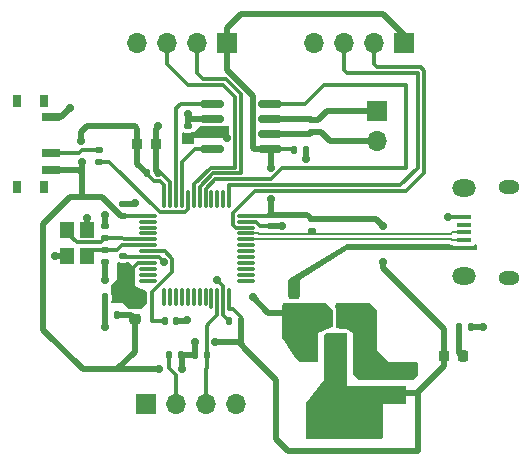
<source format=gbr>
%TF.GenerationSoftware,KiCad,Pcbnew,8.0.8-8.0.8-0~ubuntu24.04.1*%
%TF.CreationDate,2025-02-20T16:37:28+05:30*%
%TF.ProjectId,STM32_BT_IMU,53544d33-325f-4425-945f-494d552e6b69,rev?*%
%TF.SameCoordinates,Original*%
%TF.FileFunction,Copper,L1,Top*%
%TF.FilePolarity,Positive*%
%FSLAX46Y46*%
G04 Gerber Fmt 4.6, Leading zero omitted, Abs format (unit mm)*
G04 Created by KiCad (PCBNEW 8.0.8-8.0.8-0~ubuntu24.04.1) date 2025-02-20 16:37:28*
%MOMM*%
%LPD*%
G01*
G04 APERTURE LIST*
G04 Aperture macros list*
%AMRoundRect*
0 Rectangle with rounded corners*
0 $1 Rounding radius*
0 $2 $3 $4 $5 $6 $7 $8 $9 X,Y pos of 4 corners*
0 Add a 4 corners polygon primitive as box body*
4,1,4,$2,$3,$4,$5,$6,$7,$8,$9,$2,$3,0*
0 Add four circle primitives for the rounded corners*
1,1,$1+$1,$2,$3*
1,1,$1+$1,$4,$5*
1,1,$1+$1,$6,$7*
1,1,$1+$1,$8,$9*
0 Add four rect primitives between the rounded corners*
20,1,$1+$1,$2,$3,$4,$5,0*
20,1,$1+$1,$4,$5,$6,$7,0*
20,1,$1+$1,$6,$7,$8,$9,0*
20,1,$1+$1,$8,$9,$2,$3,0*%
G04 Aperture macros list end*
%TA.AperFunction,SMDPad,CuDef*%
%ADD10RoundRect,0.218750X-0.256250X0.218750X-0.256250X-0.218750X0.256250X-0.218750X0.256250X0.218750X0*%
%TD*%
%TA.AperFunction,SMDPad,CuDef*%
%ADD11RoundRect,0.140000X-0.140000X-0.170000X0.140000X-0.170000X0.140000X0.170000X-0.140000X0.170000X0*%
%TD*%
%TA.AperFunction,SMDPad,CuDef*%
%ADD12RoundRect,0.140000X0.170000X-0.140000X0.170000X0.140000X-0.170000X0.140000X-0.170000X-0.140000X0*%
%TD*%
%TA.AperFunction,SMDPad,CuDef*%
%ADD13RoundRect,0.250000X0.250000X0.475000X-0.250000X0.475000X-0.250000X-0.475000X0.250000X-0.475000X0*%
%TD*%
%TA.AperFunction,SMDPad,CuDef*%
%ADD14RoundRect,0.140000X0.140000X0.170000X-0.140000X0.170000X-0.140000X-0.170000X0.140000X-0.170000X0*%
%TD*%
%TA.AperFunction,SMDPad,CuDef*%
%ADD15RoundRect,0.075000X-0.662500X-0.075000X0.662500X-0.075000X0.662500X0.075000X-0.662500X0.075000X0*%
%TD*%
%TA.AperFunction,SMDPad,CuDef*%
%ADD16RoundRect,0.075000X-0.075000X-0.662500X0.075000X-0.662500X0.075000X0.662500X-0.075000X0.662500X0*%
%TD*%
%TA.AperFunction,SMDPad,CuDef*%
%ADD17RoundRect,0.375000X-0.375000X0.625000X-0.375000X-0.625000X0.375000X-0.625000X0.375000X0.625000X0*%
%TD*%
%TA.AperFunction,SMDPad,CuDef*%
%ADD18RoundRect,0.500000X-1.400000X0.500000X-1.400000X-0.500000X1.400000X-0.500000X1.400000X0.500000X0*%
%TD*%
%TA.AperFunction,SMDPad,CuDef*%
%ADD19RoundRect,0.135000X-0.135000X-0.185000X0.135000X-0.185000X0.135000X0.185000X-0.135000X0.185000X0*%
%TD*%
%TA.AperFunction,SMDPad,CuDef*%
%ADD20RoundRect,0.140000X-0.170000X0.140000X-0.170000X-0.140000X0.170000X-0.140000X0.170000X0.140000X0*%
%TD*%
%TA.AperFunction,SMDPad,CuDef*%
%ADD21RoundRect,0.135000X0.185000X-0.135000X0.185000X0.135000X-0.185000X0.135000X-0.185000X-0.135000X0*%
%TD*%
%TA.AperFunction,ComponentPad*%
%ADD22R,1.700000X1.700000*%
%TD*%
%TA.AperFunction,ComponentPad*%
%ADD23O,1.700000X1.700000*%
%TD*%
%TA.AperFunction,SMDPad,CuDef*%
%ADD24R,0.800000X1.000000*%
%TD*%
%TA.AperFunction,SMDPad,CuDef*%
%ADD25R,1.500000X0.700000*%
%TD*%
%TA.AperFunction,SMDPad,CuDef*%
%ADD26RoundRect,0.218750X0.218750X0.256250X-0.218750X0.256250X-0.218750X-0.256250X0.218750X-0.256250X0*%
%TD*%
%TA.AperFunction,SMDPad,CuDef*%
%ADD27RoundRect,0.135000X0.135000X0.185000X-0.135000X0.185000X-0.135000X-0.185000X0.135000X-0.185000X0*%
%TD*%
%TA.AperFunction,SMDPad,CuDef*%
%ADD28R,1.200000X1.400000*%
%TD*%
%TA.AperFunction,SMDPad,CuDef*%
%ADD29R,1.300000X0.450000*%
%TD*%
%TA.AperFunction,HeatsinkPad*%
%ADD30O,1.800000X1.150000*%
%TD*%
%TA.AperFunction,HeatsinkPad*%
%ADD31O,2.000000X1.450000*%
%TD*%
%TA.AperFunction,SMDPad,CuDef*%
%ADD32RoundRect,0.225000X-0.225000X-0.250000X0.225000X-0.250000X0.225000X0.250000X-0.225000X0.250000X0*%
%TD*%
%TA.AperFunction,SMDPad,CuDef*%
%ADD33RoundRect,0.135000X-0.185000X0.135000X-0.185000X-0.135000X0.185000X-0.135000X0.185000X0.135000X0*%
%TD*%
%TA.AperFunction,SMDPad,CuDef*%
%ADD34RoundRect,0.150000X-0.825000X-0.150000X0.825000X-0.150000X0.825000X0.150000X-0.825000X0.150000X0*%
%TD*%
%TA.AperFunction,SMDPad,CuDef*%
%ADD35RoundRect,0.250000X-0.475000X0.250000X-0.475000X-0.250000X0.475000X-0.250000X0.475000X0.250000X0*%
%TD*%
%TA.AperFunction,ViaPad*%
%ADD36C,0.700000*%
%TD*%
%TA.AperFunction,Conductor*%
%ADD37C,0.500000*%
%TD*%
%TA.AperFunction,Conductor*%
%ADD38C,0.300000*%
%TD*%
%TA.AperFunction,Conductor*%
%ADD39C,0.200000*%
%TD*%
G04 APERTURE END LIST*
D10*
%TO.P,FB1,1*%
%TO.N,+3.3VA*%
X61000000Y-93212500D03*
%TO.P,FB1,2*%
%TO.N,+3.3V*%
X61000000Y-94787500D03*
%TD*%
D11*
%TO.P,C1,1*%
%TO.N,+3.3V*%
X62020000Y-82500000D03*
%TO.P,C1,2*%
%TO.N,GND*%
X62980000Y-82500000D03*
%TD*%
D12*
%TO.P,C6,1*%
%TO.N,+3.3VA*%
X60000000Y-90480000D03*
%TO.P,C6,2*%
%TO.N,GND*%
X60000000Y-89520000D03*
%TD*%
D13*
%TO.P,C12,1*%
%TO.N,GND*%
X78950000Y-94650000D03*
%TO.P,C12,2*%
%TO.N,+5VD*%
X77050000Y-94650000D03*
%TD*%
D14*
%TO.P,C7,1*%
%TO.N,+3.3VA*%
X59480000Y-93000000D03*
%TO.P,C7,2*%
%TO.N,GND*%
X58520000Y-93000000D03*
%TD*%
D12*
%TO.P,C10,1*%
%TO.N,/HSE_IN*%
X58500000Y-87940000D03*
%TO.P,C10,2*%
%TO.N,GND*%
X58500000Y-86980000D03*
%TD*%
D15*
%TO.P,U1,1,VBAT*%
%TO.N,+3.3V*%
X62087500Y-86087500D03*
%TO.P,U1,2,PC13*%
%TO.N,unconnected-(U1-PC13-Pad2)*%
X62087500Y-86587500D03*
%TO.P,U1,3,PC14*%
%TO.N,unconnected-(U1-PC14-Pad3)*%
X62087500Y-87087500D03*
%TO.P,U1,4,PC15*%
%TO.N,unconnected-(U1-PC15-Pad4)*%
X62087500Y-87587500D03*
%TO.P,U1,5,PD0*%
%TO.N,/HSE_IN*%
X62087500Y-88087500D03*
%TO.P,U1,6,PD1*%
%TO.N,/HSE_OUT*%
X62087500Y-88587500D03*
%TO.P,U1,7,NRST*%
%TO.N,/NRST*%
X62087500Y-89087500D03*
%TO.P,U1,8,VSSA*%
%TO.N,GND*%
X62087500Y-89587500D03*
%TO.P,U1,9,VDDA*%
%TO.N,+3.3VA*%
X62087500Y-90087500D03*
%TO.P,U1,10,PA0*%
%TO.N,unconnected-(U1-PA0-Pad10)*%
X62087500Y-90587500D03*
%TO.P,U1,11,PA1*%
%TO.N,unconnected-(U1-PA1-Pad11)*%
X62087500Y-91087500D03*
%TO.P,U1,12,PA2*%
%TO.N,unconnected-(U1-PA2-Pad12)*%
X62087500Y-91587500D03*
D16*
%TO.P,U1,13,PA3*%
%TO.N,unconnected-(U1-PA3-Pad13)*%
X63500000Y-93000000D03*
%TO.P,U1,14,PA4*%
%TO.N,unconnected-(U1-PA4-Pad14)*%
X64000000Y-93000000D03*
%TO.P,U1,15,PA5*%
%TO.N,unconnected-(U1-PA5-Pad15)*%
X64500000Y-93000000D03*
%TO.P,U1,16,PA6*%
%TO.N,unconnected-(U1-PA6-Pad16)*%
X65000000Y-93000000D03*
%TO.P,U1,17,PA7*%
%TO.N,unconnected-(U1-PA7-Pad17)*%
X65500000Y-93000000D03*
%TO.P,U1,18,PB0*%
%TO.N,unconnected-(U1-PB0-Pad18)*%
X66000000Y-93000000D03*
%TO.P,U1,19,PB1*%
%TO.N,unconnected-(U1-PB1-Pad19)*%
X66500000Y-93000000D03*
%TO.P,U1,20,PB2*%
%TO.N,unconnected-(U1-PB2-Pad20)*%
X67000000Y-93000000D03*
%TO.P,U1,21,PB10*%
%TO.N,/I2C2_SCL*%
X67500000Y-93000000D03*
%TO.P,U1,22,PB11*%
%TO.N,/I2C2_SDA*%
X68000000Y-93000000D03*
%TO.P,U1,23,VSS*%
%TO.N,GND*%
X68500000Y-93000000D03*
%TO.P,U1,24,VDD*%
%TO.N,+3.3V*%
X69000000Y-93000000D03*
D15*
%TO.P,U1,25,PB12*%
%TO.N,unconnected-(U1-PB12-Pad25)*%
X70412500Y-91587500D03*
%TO.P,U1,26,PB13*%
%TO.N,unconnected-(U1-PB13-Pad26)*%
X70412500Y-91087500D03*
%TO.P,U1,27,PB14*%
%TO.N,unconnected-(U1-PB14-Pad27)*%
X70412500Y-90587500D03*
%TO.P,U1,28,PB15*%
%TO.N,unconnected-(U1-PB15-Pad28)*%
X70412500Y-90087500D03*
%TO.P,U1,29,PA8*%
%TO.N,unconnected-(U1-PA8-Pad29)*%
X70412500Y-89587500D03*
%TO.P,U1,30,PA9*%
%TO.N,unconnected-(U1-PA9-Pad30)*%
X70412500Y-89087500D03*
%TO.P,U1,31,PA10*%
%TO.N,unconnected-(U1-PA10-Pad31)*%
X70412500Y-88587500D03*
%TO.P,U1,32,PA11*%
%TO.N,/USB_D-*%
X70412500Y-88087500D03*
%TO.P,U1,33,PA12*%
%TO.N,/USB_D+*%
X70412500Y-87587500D03*
%TO.P,U1,34,PA13*%
%TO.N,/SWDIO*%
X70412500Y-87087500D03*
%TO.P,U1,35,VSS*%
%TO.N,GND*%
X70412500Y-86587500D03*
%TO.P,U1,36,VDD*%
%TO.N,+3.3V*%
X70412500Y-86087500D03*
D16*
%TO.P,U1,37,PA14*%
%TO.N,/SWCLK*%
X69000000Y-84675000D03*
%TO.P,U1,38,PA15*%
%TO.N,unconnected-(U1-PA15-Pad38)*%
X68500000Y-84675000D03*
%TO.P,U1,39,PB3*%
%TO.N,unconnected-(U1-PB3-Pad39)*%
X68000000Y-84675000D03*
%TO.P,U1,40,PB4*%
%TO.N,unconnected-(U1-PB4-Pad40)*%
X67500000Y-84675000D03*
%TO.P,U1,41,PB5*%
%TO.N,/CAN_S*%
X67000000Y-84675000D03*
%TO.P,U1,42,PB6*%
%TO.N,/USART1_TX*%
X66500000Y-84675000D03*
%TO.P,U1,43,PB7*%
%TO.N,/USART1_RX*%
X66000000Y-84675000D03*
%TO.P,U1,44,BOOT0*%
%TO.N,/BOOT0*%
X65500000Y-84675000D03*
%TO.P,U1,45,PB8*%
%TO.N,/CAN_RX*%
X65000000Y-84675000D03*
%TO.P,U1,46,PB9*%
%TO.N,/CAN_TX*%
X64500000Y-84675000D03*
%TO.P,U1,47,VSS*%
%TO.N,GND*%
X64000000Y-84675000D03*
%TO.P,U1,48,VDD*%
%TO.N,+3.3V*%
X63500000Y-84675000D03*
%TD*%
D17*
%TO.P,U2,1,GND*%
%TO.N,GND*%
X80300000Y-97350000D03*
%TO.P,U2,2,VO*%
%TO.N,+3.3V*%
X78000000Y-97350000D03*
D18*
X78000000Y-103650000D03*
D17*
%TO.P,U2,3,VI*%
%TO.N,+5VD*%
X75700000Y-97350000D03*
%TD*%
D19*
%TO.P,R5,1*%
%TO.N,/I2C2_SCL*%
X63890000Y-97900000D03*
%TO.P,R5,2*%
%TO.N,+3.3V*%
X64910000Y-97900000D03*
%TD*%
D20*
%TO.P,C11,1*%
%TO.N,/HSE_OUT*%
X58500000Y-89000000D03*
%TO.P,C11,2*%
%TO.N,GND*%
X58500000Y-89960000D03*
%TD*%
D10*
%TO.P,FB2,1*%
%TO.N,VBUS*%
X74500000Y-92712500D03*
%TO.P,FB2,2*%
%TO.N,+5VD*%
X74500000Y-94287500D03*
%TD*%
D12*
%TO.P,C4,1*%
%TO.N,+3.3V*%
X60000000Y-86087500D03*
%TO.P,C4,2*%
%TO.N,GND*%
X60000000Y-85127500D03*
%TD*%
D14*
%TO.P,C8,1*%
%TO.N,+3.3V*%
X59480000Y-94500000D03*
%TO.P,C8,2*%
%TO.N,GND*%
X58520000Y-94500000D03*
%TD*%
D21*
%TO.P,R2,1*%
%TO.N,/CAN_L*%
X76000000Y-79010000D03*
%TO.P,R2,2*%
%TO.N,/CAN_H*%
X76000000Y-77990000D03*
%TD*%
D22*
%TO.P,J2,1,Pin_1*%
%TO.N,+3.3V*%
X83800000Y-71500000D03*
D23*
%TO.P,J2,2,Pin_2*%
%TO.N,/SWDIO*%
X81260000Y-71500000D03*
%TO.P,J2,3,Pin_3*%
%TO.N,/SWCLK*%
X78720000Y-71500000D03*
%TO.P,J2,4,Pin_4*%
%TO.N,GND*%
X76180000Y-71500000D03*
%TD*%
D24*
%TO.P,SW1,*%
%TO.N,*%
X53280000Y-76350000D03*
X51070000Y-76350000D03*
X53280000Y-83650000D03*
X51070000Y-83650000D03*
D25*
%TO.P,SW1,1,A*%
%TO.N,GND*%
X53930000Y-77750000D03*
%TO.P,SW1,2,B*%
%TO.N,/SW_BOOT0*%
X53930000Y-80750000D03*
%TO.P,SW1,3,C*%
%TO.N,+3.3V*%
X53930000Y-82250000D03*
%TD*%
D26*
%TO.P,D1,1,K*%
%TO.N,/PWR_ON_LED*%
X88787500Y-98000000D03*
%TO.P,D1,2,A*%
%TO.N,+3.3V*%
X87212500Y-98000000D03*
%TD*%
D20*
%TO.P,C3,1*%
%TO.N,+3.3V*%
X72500000Y-86020000D03*
%TO.P,C3,2*%
%TO.N,GND*%
X72500000Y-86980000D03*
%TD*%
D27*
%TO.P,R6,1*%
%TO.N,/I2C2_SDA*%
X67110000Y-97900000D03*
%TO.P,R6,2*%
%TO.N,+3.3V*%
X66090000Y-97900000D03*
%TD*%
D28*
%TO.P,Y1,1,1*%
%TO.N,/HSE_IN*%
X55300000Y-87280000D03*
%TO.P,Y1,2,2*%
%TO.N,GND*%
X55300000Y-89480000D03*
%TO.P,Y1,3,3*%
%TO.N,/HSE_OUT*%
X57000000Y-89480000D03*
%TO.P,Y1,4,4*%
%TO.N,GND*%
X57000000Y-87280000D03*
%TD*%
D29*
%TO.P,J1,1,VBUS*%
%TO.N,VBUS*%
X88845000Y-88800000D03*
%TO.P,J1,2,D-*%
%TO.N,/USB_D-*%
X88845000Y-88150000D03*
%TO.P,J1,3,D+*%
%TO.N,/USB_D+*%
X88845000Y-87500000D03*
%TO.P,J1,4,ID*%
%TO.N,unconnected-(J1-ID-Pad4)*%
X88845000Y-86850000D03*
%TO.P,J1,5,GND*%
%TO.N,GND*%
X88845000Y-86200000D03*
D30*
%TO.P,J1,6,Shield*%
%TO.N,unconnected-(J1-Shield-Pad6)_3*%
X92695000Y-91375000D03*
D31*
%TO.N,unconnected-(J1-Shield-Pad6)*%
X88895000Y-91225000D03*
%TO.N,unconnected-(J1-Shield-Pad6)_1*%
X88895000Y-83775000D03*
D30*
%TO.N,unconnected-(J1-Shield-Pad6)_2*%
X92695000Y-83625000D03*
%TD*%
D22*
%TO.P,J4,1,Pin_1*%
%TO.N,+3.3V*%
X61920000Y-102000000D03*
D23*
%TO.P,J4,2,Pin_2*%
%TO.N,/I2C2_SCL*%
X64460000Y-102000000D03*
%TO.P,J4,3,Pin_3*%
%TO.N,/I2C2_SDA*%
X67000000Y-102000000D03*
%TO.P,J4,4,Pin_4*%
%TO.N,GND*%
X69540000Y-102000000D03*
%TD*%
D32*
%TO.P,C5,1*%
%TO.N,+3.3V*%
X61225000Y-80000000D03*
%TO.P,C5,2*%
%TO.N,GND*%
X62775000Y-80000000D03*
%TD*%
D22*
%TO.P,J5,1,Pin_1*%
%TO.N,/CAN_H*%
X81500000Y-77225000D03*
D23*
%TO.P,J5,2,Pin_2*%
%TO.N,/CAN_L*%
X81500000Y-79765000D03*
%TD*%
D27*
%TO.P,R4,1*%
%TO.N,GND*%
X89510000Y-95500000D03*
%TO.P,R4,2*%
%TO.N,/PWR_ON_LED*%
X88490000Y-95500000D03*
%TD*%
D14*
%TO.P,C15,1*%
%TO.N,GND*%
X75480000Y-80500000D03*
%TO.P,C15,2*%
%TO.N,+3.3V*%
X74520000Y-80500000D03*
%TD*%
D33*
%TO.P,R1,1*%
%TO.N,/SW_BOOT0*%
X58000000Y-80490000D03*
%TO.P,R1,2*%
%TO.N,/BOOT0*%
X58000000Y-81510000D03*
%TD*%
D22*
%TO.P,J3,1,Pin_1*%
%TO.N,+3.3V*%
X68800000Y-71500000D03*
D23*
%TO.P,J3,2,Pin_2*%
%TO.N,/USART1_TX*%
X66260000Y-71500000D03*
%TO.P,J3,3,Pin_3*%
%TO.N,/USART1_RX*%
X63720000Y-71500000D03*
%TO.P,J3,4,Pin_4*%
%TO.N,GND*%
X61180000Y-71500000D03*
%TD*%
D21*
%TO.P,R3,1*%
%TO.N,/USB_D+*%
X76000000Y-87410000D03*
%TO.P,R3,2*%
%TO.N,+3.3V*%
X76000000Y-86390000D03*
%TD*%
D34*
%TO.P,U3,1,TXD*%
%TO.N,/CAN_TX*%
X67525000Y-76595000D03*
%TO.P,U3,2,GND*%
%TO.N,GND*%
X67525000Y-77865000D03*
%TO.P,U3,3,VCC*%
%TO.N,+5VD*%
X67525000Y-79135000D03*
%TO.P,U3,4,RXD*%
%TO.N,/CAN_RX*%
X67525000Y-80405000D03*
%TO.P,U3,5,VIO*%
%TO.N,+3.3V*%
X72475000Y-80405000D03*
%TO.P,U3,6,CANL*%
%TO.N,/CAN_L*%
X72475000Y-79135000D03*
%TO.P,U3,7,CANH*%
%TO.N,/CAN_H*%
X72475000Y-77865000D03*
%TO.P,U3,8,S*%
%TO.N,/CAN_S*%
X72475000Y-76595000D03*
%TD*%
D11*
%TO.P,C9,1*%
%TO.N,/NRST*%
X63540000Y-95000000D03*
%TO.P,C9,2*%
%TO.N,GND*%
X64500000Y-95000000D03*
%TD*%
D12*
%TO.P,C14,1*%
%TO.N,+5VD*%
X65500000Y-79480000D03*
%TO.P,C14,2*%
%TO.N,GND*%
X65500000Y-78520000D03*
%TD*%
D35*
%TO.P,C13,1*%
%TO.N,GND*%
X83000000Y-99200000D03*
%TO.P,C13,2*%
%TO.N,+3.3V*%
X83000000Y-101100000D03*
%TD*%
D14*
%TO.P,C2,1*%
%TO.N,+3.3V*%
X69980000Y-95000000D03*
%TO.P,C2,2*%
%TO.N,GND*%
X69020000Y-95000000D03*
%TD*%
D36*
%TO.N,+3.3V*%
X67810000Y-96800000D03*
X66100000Y-96800000D03*
X65000000Y-99100000D03*
X63100000Y-99100000D03*
%TO.N,GND*%
X65500000Y-77500000D03*
X80000000Y-99000000D03*
X65425335Y-94925335D03*
X58500000Y-91500000D03*
X87500000Y-86200000D03*
X75500000Y-81300000D03*
X57000000Y-86250000D03*
X58500000Y-86000000D03*
X63500000Y-90000000D03*
X80500000Y-94000000D03*
X80500000Y-95500000D03*
X61000000Y-85000000D03*
X68000000Y-91500000D03*
X55500000Y-77000000D03*
X54250000Y-89500000D03*
X84500000Y-99000000D03*
X73500000Y-86950000D03*
X81000000Y-99000000D03*
X58500000Y-95500000D03*
X63000000Y-78500000D03*
X90500000Y-95500000D03*
%TO.N,+3.3V*%
X82000000Y-90000000D03*
X72500000Y-84700000D03*
X56495717Y-79790145D03*
X72500000Y-82000000D03*
X56500000Y-81500000D03*
X82000000Y-86950000D03*
%TO.N,+5VD*%
X68800000Y-79500000D03*
X71000000Y-93000000D03*
%TD*%
D37*
%TO.N,+3.3V*%
X69800000Y-96800000D02*
X69980000Y-96980000D01*
X66090000Y-97900000D02*
X66090000Y-96810000D01*
X66090000Y-96810000D02*
X66100000Y-96800000D01*
X67810000Y-96800000D02*
X69800000Y-96800000D01*
X59500000Y-99100000D02*
X63100000Y-99100000D01*
X65000000Y-99100000D02*
X65000000Y-97990000D01*
X65000000Y-97990000D02*
X64910000Y-97900000D01*
X59480000Y-94500000D02*
X60712500Y-94500000D01*
X60712500Y-94500000D02*
X61000000Y-94787500D01*
X59500000Y-99100000D02*
X61000000Y-97600000D01*
X61000000Y-97600000D02*
X61000000Y-94787500D01*
X56500000Y-84500000D02*
X55500000Y-84500000D01*
X55500000Y-84500000D02*
X53250000Y-86750000D01*
X53250000Y-86750000D02*
X53250000Y-95750000D01*
X53250000Y-95750000D02*
X56600000Y-99100000D01*
X56600000Y-99100000D02*
X59500000Y-99100000D01*
D38*
%TO.N,/I2C2_SDA*%
X67300000Y-95200000D02*
X68000000Y-94500000D01*
X67110000Y-97900000D02*
X67110000Y-95390000D01*
X67110000Y-95390000D02*
X67300000Y-95200000D01*
X67000000Y-99100000D02*
X67110000Y-98990000D01*
X67110000Y-98990000D02*
X67110000Y-97900000D01*
X67000000Y-99100000D02*
X67000000Y-102000000D01*
%TO.N,/I2C2_SCL*%
X63890000Y-97900000D02*
X63890000Y-98990000D01*
X63890000Y-98990000D02*
X64460000Y-99560000D01*
X64460000Y-99560000D02*
X64460000Y-102000000D01*
D37*
%TO.N,+3.3V*%
X64910000Y-97900000D02*
X66090000Y-97900000D01*
%TO.N,GND*%
X54270000Y-89480000D02*
X54250000Y-89500000D01*
X58520000Y-93000000D02*
X58520000Y-95480000D01*
X65635000Y-77865000D02*
X65500000Y-78000000D01*
D38*
X64000000Y-83240001D02*
X63259999Y-82500000D01*
D37*
X62775000Y-80000000D02*
X62775000Y-82295000D01*
X58500000Y-86980000D02*
X58500000Y-86000000D01*
X60872500Y-85127500D02*
X61000000Y-85000000D01*
D38*
X63259999Y-82500000D02*
X62980000Y-82500000D01*
X64000000Y-84675000D02*
X64000000Y-83240001D01*
D37*
X65500000Y-78520000D02*
X65500000Y-78000000D01*
X54750000Y-77750000D02*
X55500000Y-77000000D01*
X60000000Y-85127500D02*
X60872500Y-85127500D01*
X64500000Y-95000000D02*
X65350670Y-95000000D01*
X55300000Y-89480000D02*
X54270000Y-89480000D01*
D38*
X71253120Y-86587500D02*
X71645620Y-86980000D01*
D37*
X65500000Y-78000000D02*
X65500000Y-77500000D01*
X57000000Y-87280000D02*
X57000000Y-86250000D01*
D38*
X87500000Y-86200000D02*
X88845000Y-86200000D01*
X58546846Y-89960000D02*
X58500000Y-89960000D01*
D37*
X62775000Y-80000000D02*
X62775000Y-78725000D01*
X72500000Y-86980000D02*
X73470000Y-86980000D01*
X58500000Y-89960000D02*
X58500000Y-91500000D01*
X62775000Y-82295000D02*
X62980000Y-82500000D01*
X75480000Y-81280000D02*
X75480000Y-80500000D01*
D38*
X63500000Y-90000000D02*
X63087500Y-89587500D01*
D37*
X67525000Y-77865000D02*
X65635000Y-77865000D01*
D38*
X63087500Y-89587500D02*
X62087500Y-89587500D01*
X68500000Y-92000000D02*
X68000000Y-91500000D01*
X68500000Y-93000000D02*
X68500000Y-92000000D01*
X68500000Y-94480000D02*
X69020000Y-95000000D01*
X70412500Y-86587500D02*
X71253120Y-86587500D01*
D37*
X62775000Y-78725000D02*
X63000000Y-78500000D01*
X73470000Y-86980000D02*
X73500000Y-86950000D01*
X75500000Y-81300000D02*
X75480000Y-81280000D01*
D38*
X60000000Y-89520000D02*
X60067500Y-89587500D01*
X71645620Y-86980000D02*
X72500000Y-86980000D01*
X68500000Y-93000000D02*
X68500000Y-94480000D01*
D37*
X58520000Y-95480000D02*
X58500000Y-95500000D01*
D38*
X60067500Y-89587500D02*
X62087500Y-89587500D01*
D37*
X65350670Y-95000000D02*
X65425335Y-94925335D01*
X53930000Y-77750000D02*
X54750000Y-77750000D01*
X89510000Y-95500000D02*
X90500000Y-95500000D01*
%TO.N,+3.3V*%
X72475000Y-80405000D02*
X71095000Y-80405000D01*
D38*
X69980000Y-94690001D02*
X69980000Y-95000000D01*
X69000000Y-94000000D02*
X69289999Y-94000000D01*
D37*
X57000000Y-78500000D02*
X61000000Y-78500000D01*
X81525000Y-86475000D02*
X82000000Y-86950000D01*
D38*
X72475000Y-80405000D02*
X74425000Y-80405000D01*
X60000000Y-86087500D02*
X62087500Y-86087500D01*
D37*
X56250000Y-82250000D02*
X56500000Y-82500000D01*
X68800000Y-73744366D02*
X68800000Y-71500000D01*
X53930000Y-82250000D02*
X56250000Y-82250000D01*
X56500000Y-83500000D02*
X56500000Y-81500000D01*
X58224234Y-84500000D02*
X56500000Y-84500000D01*
X60000000Y-86087500D02*
X59811734Y-86087500D01*
X87212500Y-95712500D02*
X87212500Y-98000000D01*
D38*
X74425000Y-80405000D02*
X74520000Y-80500000D01*
D37*
X85000000Y-106000000D02*
X74000000Y-106000000D01*
X71000000Y-75944366D02*
X68800000Y-73744366D01*
D38*
X69289999Y-94000000D02*
X69980000Y-94690001D01*
X63160000Y-83160000D02*
X62633154Y-83160000D01*
D37*
X59811734Y-86087500D02*
X58224234Y-84500000D01*
D38*
X72570000Y-80500000D02*
X72475000Y-80405000D01*
D37*
X82000000Y-90000000D02*
X82000000Y-90500000D01*
X87212500Y-98000000D02*
X87212500Y-98787500D01*
X71095000Y-80405000D02*
X71000000Y-80310000D01*
X70250000Y-97250000D02*
X70625000Y-97625000D01*
X72500000Y-82000000D02*
X72500000Y-80430000D01*
X56495717Y-79004283D02*
X57000000Y-78500000D01*
D38*
X63500000Y-83500000D02*
X63160000Y-83160000D01*
D37*
X69980000Y-96500000D02*
X69980000Y-95000000D01*
X73000000Y-105000000D02*
X73000000Y-100000000D01*
X68800000Y-71500000D02*
X68800000Y-70200000D01*
X68800000Y-70200000D02*
X70000000Y-69000000D01*
D38*
X62633154Y-83160000D02*
X62020000Y-82546846D01*
D37*
X56500000Y-83500000D02*
X56500000Y-84500000D01*
X61225000Y-78725000D02*
X61225000Y-80000000D01*
X84900000Y-101100000D02*
X85000000Y-101200000D01*
D38*
X72432500Y-86087500D02*
X72500000Y-86020000D01*
D37*
X70000000Y-69000000D02*
X82000000Y-69000000D01*
X56500000Y-83000000D02*
X56500000Y-83500000D01*
D38*
X63500000Y-84675000D02*
X63500000Y-83500000D01*
D37*
X56495717Y-79790145D02*
X56495717Y-79004283D01*
D38*
X69000000Y-93000000D02*
X69000000Y-94000000D01*
D37*
X81440000Y-86390000D02*
X81525000Y-86475000D01*
D38*
X70412500Y-86087500D02*
X72432500Y-86087500D01*
D37*
X83800000Y-70800000D02*
X83800000Y-71500000D01*
X82000000Y-69000000D02*
X83800000Y-70800000D01*
X76000000Y-86390000D02*
X81440000Y-86390000D01*
X69980000Y-96980000D02*
X69980000Y-96500000D01*
X82000000Y-90500000D02*
X87212500Y-95712500D01*
X61000000Y-78500000D02*
X61225000Y-78725000D01*
X61225000Y-81705000D02*
X62020000Y-82500000D01*
X72500000Y-80430000D02*
X72475000Y-80405000D01*
X87212500Y-98787500D02*
X84900000Y-101100000D01*
X85000000Y-101200000D02*
X85000000Y-106000000D01*
X61225000Y-80000000D02*
X61225000Y-81705000D01*
X73000000Y-100000000D02*
X70625000Y-97625000D01*
X72500000Y-86020000D02*
X75630000Y-86020000D01*
X56500000Y-82500000D02*
X56500000Y-83000000D01*
X70625000Y-97625000D02*
X69980000Y-96980000D01*
X72500000Y-86020000D02*
X72500000Y-84700000D01*
X84900000Y-101100000D02*
X83000000Y-101100000D01*
X71000000Y-80310000D02*
X71000000Y-75944366D01*
X74000000Y-106000000D02*
X73000000Y-105000000D01*
X75630000Y-86020000D02*
X76000000Y-86390000D01*
D38*
X62020000Y-82546846D02*
X62020000Y-82500000D01*
%TO.N,+3.3VA*%
X61246880Y-90087500D02*
X60854380Y-90480000D01*
X61246880Y-90087500D02*
X62087500Y-90087500D01*
D37*
X60787500Y-93000000D02*
X61000000Y-93212500D01*
D38*
X60854380Y-90480000D02*
X60000000Y-90480000D01*
%TO.N,/NRST*%
X62087500Y-89087500D02*
X62000000Y-89087500D01*
X64200000Y-89710050D02*
X64200000Y-90815620D01*
X62500000Y-95000000D02*
X63540000Y-95000000D01*
X64200000Y-90815620D02*
X62500000Y-92515620D01*
X62087500Y-89087500D02*
X63577450Y-89087500D01*
X63577450Y-89087500D02*
X64200000Y-89710050D01*
X62500000Y-92515620D02*
X62500000Y-95000000D01*
%TO.N,/HSE_IN*%
X58110000Y-88330000D02*
X56080000Y-88330000D01*
X60087500Y-88087500D02*
X59940000Y-87940000D01*
X55300000Y-87550000D02*
X55300000Y-87280000D01*
X58500000Y-87940000D02*
X58110000Y-88330000D01*
X56080000Y-88330000D02*
X55300000Y-87550000D01*
X59940000Y-87940000D02*
X58500000Y-87940000D01*
X62087500Y-88087500D02*
X60087500Y-88087500D01*
%TO.N,/HSE_OUT*%
X59500000Y-89000000D02*
X58500000Y-89000000D01*
X62087500Y-88587500D02*
X59912500Y-88587500D01*
X58500000Y-89000000D02*
X57480000Y-89000000D01*
X57480000Y-89000000D02*
X57000000Y-89480000D01*
X59912500Y-88587500D02*
X59500000Y-89000000D01*
D37*
%TO.N,+5VD*%
X74500000Y-94287500D02*
X72287500Y-94287500D01*
X67525000Y-79135000D02*
X68435000Y-79135000D01*
X72287500Y-94287500D02*
X71000000Y-93000000D01*
X68435000Y-79135000D02*
X68800000Y-79500000D01*
%TO.N,/PWR_ON_LED*%
X88490000Y-95500000D02*
X88490000Y-97702500D01*
X88490000Y-97702500D02*
X88787500Y-98000000D01*
D39*
%TO.N,/USB_D+*%
X87757499Y-87612500D02*
X87869999Y-87500000D01*
X70412500Y-87587500D02*
X70425000Y-87600000D01*
X76000000Y-87612500D02*
X87757499Y-87612500D01*
X87869999Y-87500000D02*
X88845000Y-87500000D01*
X70412500Y-87587500D02*
X71518751Y-87587500D01*
X71518751Y-87587500D02*
X71543751Y-87612500D01*
X71543751Y-87612500D02*
X76000000Y-87612500D01*
%TO.N,/USB_D-*%
X88845000Y-88150000D02*
X87869999Y-88150000D01*
X87782499Y-88062500D02*
X87869999Y-88150000D01*
X71518751Y-88087500D02*
X71543751Y-88062500D01*
X71543751Y-88062500D02*
X87782499Y-88062500D01*
X70412500Y-88087500D02*
X71518751Y-88087500D01*
X71000000Y-88087500D02*
X70412500Y-88087500D01*
X71025000Y-88062500D02*
X71000000Y-88087500D01*
D38*
%TO.N,/SWCLK*%
X85000000Y-74000000D02*
X85000000Y-82000000D01*
X78720000Y-71500000D02*
X78720000Y-73720000D01*
X85000000Y-82000000D02*
X83500000Y-83500000D01*
X83500000Y-83500000D02*
X69000000Y-83500000D01*
X78720000Y-73720000D02*
X79000000Y-74000000D01*
X69000000Y-83500000D02*
X69000000Y-84675000D01*
X79000000Y-74000000D02*
X85000000Y-74000000D01*
%TO.N,/SWDIO*%
X85500000Y-73792893D02*
X85207107Y-73500000D01*
X71159380Y-84000000D02*
X84000000Y-84000000D01*
X81260000Y-73260000D02*
X81260000Y-71500000D01*
X81500000Y-73500000D02*
X81260000Y-73260000D01*
X69571880Y-87087500D02*
X69325000Y-86840620D01*
X84000000Y-84000000D02*
X85500000Y-82500000D01*
X70412500Y-87087500D02*
X69571880Y-87087500D01*
X69325000Y-85834380D02*
X71159380Y-84000000D01*
X85500000Y-82500000D02*
X85500000Y-73792893D01*
X69325000Y-86840620D02*
X69325000Y-85834380D01*
X85207107Y-73500000D02*
X81500000Y-73500000D01*
%TO.N,/USART1_TX*%
X67627273Y-82500000D02*
X70000000Y-82500000D01*
X70000000Y-82500000D02*
X70000000Y-75792894D01*
X66500000Y-84675000D02*
X66500000Y-83627273D01*
X68707106Y-74500000D02*
X66760000Y-74500000D01*
X70000000Y-75792894D02*
X68707106Y-74500000D01*
X66500000Y-71740000D02*
X66260000Y-71500000D01*
X66760000Y-74500000D02*
X66260000Y-74000000D01*
X66500000Y-83627273D02*
X67627273Y-82500000D01*
X66260000Y-74000000D02*
X66260000Y-71500000D01*
%TO.N,/USART1_RX*%
X66000000Y-84675000D02*
X66000000Y-83420167D01*
X65500000Y-75000000D02*
X63720000Y-73220000D01*
X63720000Y-73220000D02*
X63720000Y-71500000D01*
X66000000Y-83420167D02*
X67420167Y-82000000D01*
X69500000Y-76000000D02*
X68500000Y-75000000D01*
X67420167Y-82000000D02*
X69500000Y-82000000D01*
X68500000Y-75000000D02*
X65500000Y-75000000D01*
X69500000Y-82000000D02*
X69500000Y-76000000D01*
%TO.N,/I2C2_SCL*%
X67500000Y-93000000D02*
X67500000Y-93840620D01*
%TO.N,/I2C2_SDA*%
X68000000Y-94500000D02*
X68000000Y-93000000D01*
D37*
%TO.N,/CAN_L*%
X77500000Y-79750000D02*
X78000000Y-79750000D01*
X76760000Y-79010000D02*
X77500000Y-79750000D01*
X75875000Y-79135000D02*
X76000000Y-79010000D01*
X78015000Y-79765000D02*
X81500000Y-79765000D01*
X78000000Y-79750000D02*
X78015000Y-79765000D01*
X76000000Y-79010000D02*
X76760000Y-79010000D01*
X72475000Y-79135000D02*
X75875000Y-79135000D01*
%TO.N,/CAN_H*%
X76490000Y-77990000D02*
X77255000Y-77225000D01*
X75875000Y-77865000D02*
X76000000Y-77990000D01*
X77255000Y-77225000D02*
X81500000Y-77225000D01*
X76000000Y-77990000D02*
X76490000Y-77990000D01*
X72475000Y-77865000D02*
X75875000Y-77865000D01*
D38*
%TO.N,/BOOT0*%
X65253120Y-85762500D02*
X65500000Y-85515620D01*
X58000000Y-81510000D02*
X58850620Y-81510000D01*
X63103120Y-85762500D02*
X65253120Y-85762500D01*
X58850620Y-81510000D02*
X63103120Y-85762500D01*
X65500000Y-85515620D02*
X65500000Y-84675000D01*
%TO.N,/SW_BOOT0*%
X58000000Y-80490000D02*
X56510000Y-80490000D01*
X56510000Y-80490000D02*
X56250000Y-80750000D01*
X56250000Y-80750000D02*
X53930000Y-80750000D01*
%TO.N,/CAN_S*%
X73500000Y-82000000D02*
X84000000Y-82000000D01*
X84000000Y-82000000D02*
X84000000Y-75000000D01*
X67000000Y-84675000D02*
X67000000Y-83834380D01*
X67000000Y-83834380D02*
X67834380Y-83000000D01*
X84000000Y-75000000D02*
X77000000Y-75000000D01*
X72500000Y-83000000D02*
X73500000Y-82000000D01*
X75405000Y-76595000D02*
X72475000Y-76595000D01*
X77000000Y-75000000D02*
X75405000Y-76595000D01*
X67834380Y-83000000D02*
X72500000Y-83000000D01*
%TO.N,/CAN_RX*%
X67525000Y-80405000D02*
X66095000Y-80405000D01*
X65000000Y-81500000D02*
X65000000Y-84675000D01*
X66095000Y-80405000D02*
X65000000Y-81500000D01*
%TO.N,/CAN_TX*%
X64905000Y-76595000D02*
X67525000Y-76595000D01*
X64500000Y-84675000D02*
X64500000Y-77000000D01*
X64500000Y-77000000D02*
X64905000Y-76595000D01*
%TD*%
%TA.AperFunction,Conductor*%
%TO.N,VBUS*%
G36*
X87703990Y-88516612D02*
G01*
X87715412Y-88523207D01*
X87817272Y-88550501D01*
X87817274Y-88550501D01*
X87894168Y-88550501D01*
X87961207Y-88570186D01*
X87981849Y-88586820D01*
X88022235Y-88627206D01*
X88125009Y-88672585D01*
X88150135Y-88675500D01*
X89539864Y-88675499D01*
X89539879Y-88675497D01*
X89539882Y-88675497D01*
X89564987Y-88672586D01*
X89564988Y-88672585D01*
X89564991Y-88672585D01*
X89667765Y-88627206D01*
X89747206Y-88547765D01*
X89747206Y-88547764D01*
X89755331Y-88539640D01*
X89757647Y-88541956D01*
X89797115Y-88509740D01*
X89845287Y-88500000D01*
X89876000Y-88500000D01*
X89943039Y-88519685D01*
X89988794Y-88572489D01*
X90000000Y-88624000D01*
X90000000Y-88876000D01*
X89980315Y-88943039D01*
X89927511Y-88988794D01*
X89876000Y-89000000D01*
X79000000Y-89000000D01*
X75000001Y-91499999D01*
X75000000Y-91500001D01*
X75000000Y-92876000D01*
X74980315Y-92943039D01*
X74927511Y-92988794D01*
X74876000Y-93000000D01*
X74124000Y-93000000D01*
X74056961Y-92980315D01*
X74011206Y-92927511D01*
X74000000Y-92876000D01*
X74000000Y-91570207D01*
X74019685Y-91503168D01*
X74060203Y-91463878D01*
X78166667Y-89000000D01*
X78970548Y-88517670D01*
X79034345Y-88500000D01*
X87641991Y-88500000D01*
X87703990Y-88516612D01*
G37*
%TD.AperFunction*%
%TD*%
%TA.AperFunction,Conductor*%
%TO.N,+3.3V*%
G36*
X78943039Y-96019685D02*
G01*
X78988794Y-96072489D01*
X79000000Y-96124000D01*
X79000000Y-100500000D01*
X83876000Y-100500000D01*
X83943039Y-100519685D01*
X83988794Y-100572489D01*
X84000000Y-100624000D01*
X84000000Y-101876000D01*
X83980315Y-101943039D01*
X83927511Y-101988794D01*
X83876000Y-102000000D01*
X82000000Y-102000000D01*
X82000000Y-104876000D01*
X81980315Y-104943039D01*
X81927511Y-104988794D01*
X81876000Y-105000000D01*
X75624000Y-105000000D01*
X75556961Y-104980315D01*
X75511206Y-104927511D01*
X75500000Y-104876000D01*
X75500000Y-102041333D01*
X75519685Y-101974294D01*
X75524800Y-101966933D01*
X77000000Y-100000000D01*
X77000000Y-96212984D01*
X77019685Y-96145945D01*
X77072489Y-96100190D01*
X77077911Y-96097868D01*
X77300411Y-96008868D01*
X77346463Y-96000000D01*
X78876000Y-96000000D01*
X78943039Y-96019685D01*
G37*
%TD.AperFunction*%
%TD*%
%TA.AperFunction,Conductor*%
%TO.N,+3.3VA*%
G36*
X60515677Y-90019685D02*
G01*
X60536319Y-90036319D01*
X60963681Y-90463681D01*
X60997166Y-90525004D01*
X61000000Y-90551362D01*
X61000000Y-92000000D01*
X61000001Y-92000001D01*
X61931454Y-92465727D01*
X61982613Y-92513314D01*
X62000000Y-92576636D01*
X62000000Y-93448638D01*
X61980315Y-93515677D01*
X61963681Y-93536319D01*
X61536319Y-93963681D01*
X61474996Y-93997166D01*
X61448638Y-94000000D01*
X60790316Y-94000000D01*
X60782687Y-93999500D01*
X60778392Y-93999500D01*
X60550862Y-93999500D01*
X60483823Y-93979815D01*
X60463181Y-93963181D01*
X60000000Y-93500000D01*
X59144500Y-93500000D01*
X59077461Y-93480315D01*
X59031706Y-93427511D01*
X59020500Y-93376000D01*
X59020500Y-93352398D01*
X59034018Y-93296098D01*
X59036017Y-93292175D01*
X59050500Y-93200735D01*
X59050499Y-92799266D01*
X59050499Y-92799265D01*
X59050499Y-92799260D01*
X59036017Y-92707826D01*
X59036017Y-92707825D01*
X59013515Y-92663662D01*
X59000000Y-92607367D01*
X59000000Y-92051362D01*
X59019685Y-91984323D01*
X59036319Y-91963681D01*
X59500000Y-91500000D01*
X59500000Y-90132474D01*
X59519685Y-90065435D01*
X59572489Y-90019680D01*
X59641647Y-90009736D01*
X59680296Y-90021990D01*
X59707825Y-90036017D01*
X59707828Y-90036018D01*
X59742947Y-90041579D01*
X59799265Y-90050500D01*
X60200734Y-90050499D01*
X60200739Y-90050499D01*
X60200739Y-90050498D01*
X60246454Y-90043258D01*
X60292170Y-90036018D01*
X60292172Y-90036017D01*
X60292175Y-90036017D01*
X60324238Y-90019680D01*
X60336338Y-90013515D01*
X60392632Y-90000000D01*
X60448638Y-90000000D01*
X60515677Y-90019685D01*
G37*
%TD.AperFunction*%
%TD*%
%TA.AperFunction,Conductor*%
%TO.N,+5VD*%
G36*
X68943039Y-78519685D02*
G01*
X68988794Y-78572489D01*
X69000000Y-78624000D01*
X69000000Y-79376000D01*
X68980315Y-79443039D01*
X68927511Y-79488794D01*
X68876000Y-79500000D01*
X66000000Y-79500000D01*
X66000000Y-79876000D01*
X65980315Y-79943039D01*
X65927511Y-79988794D01*
X65876000Y-80000000D01*
X65124000Y-80000000D01*
X65056961Y-79980315D01*
X65011206Y-79927511D01*
X65000000Y-79876000D01*
X65000000Y-79132474D01*
X65019685Y-79065435D01*
X65072489Y-79019680D01*
X65141647Y-79009736D01*
X65180296Y-79021990D01*
X65207825Y-79036017D01*
X65207828Y-79036018D01*
X65242947Y-79041579D01*
X65299265Y-79050500D01*
X65700734Y-79050499D01*
X65700739Y-79050499D01*
X65700739Y-79050498D01*
X65746454Y-79043258D01*
X65792170Y-79036018D01*
X65792172Y-79036017D01*
X65792175Y-79036017D01*
X65836338Y-79013515D01*
X65892632Y-79000000D01*
X66000000Y-79000000D01*
X66463681Y-78536319D01*
X66525004Y-78502834D01*
X66551362Y-78500000D01*
X68876000Y-78500000D01*
X68943039Y-78519685D01*
G37*
%TD.AperFunction*%
%TD*%
%TA.AperFunction,Conductor*%
%TO.N,+5VD*%
G36*
X77265677Y-93519685D02*
G01*
X77286319Y-93536319D01*
X77713681Y-93963681D01*
X77747166Y-94025004D01*
X77750000Y-94051362D01*
X77750000Y-95416048D01*
X77730315Y-95483087D01*
X77677511Y-95528842D01*
X77672052Y-95531179D01*
X76500000Y-95999999D01*
X76500000Y-98376000D01*
X76480315Y-98443039D01*
X76427511Y-98488794D01*
X76376000Y-98500000D01*
X75051362Y-98500000D01*
X74984323Y-98480315D01*
X74963681Y-98463681D01*
X74508683Y-98008683D01*
X74493190Y-97989785D01*
X73520826Y-96531239D01*
X73500018Y-96464540D01*
X73500000Y-96462456D01*
X73500000Y-93624000D01*
X73519685Y-93556961D01*
X73572489Y-93511206D01*
X73624000Y-93500000D01*
X77198638Y-93500000D01*
X77265677Y-93519685D01*
G37*
%TD.AperFunction*%
%TD*%
%TA.AperFunction,Conductor*%
%TO.N,GND*%
G36*
X81015677Y-93519685D02*
G01*
X81036319Y-93536319D01*
X81463681Y-93963681D01*
X81497166Y-94025004D01*
X81500000Y-94051361D01*
X81500000Y-97500000D01*
X82500000Y-98500000D01*
X84500000Y-98500000D01*
X84876000Y-98500000D01*
X84943039Y-98519685D01*
X84988794Y-98572489D01*
X85000000Y-98624000D01*
X85000000Y-99448638D01*
X84980315Y-99515677D01*
X84963681Y-99536319D01*
X84536319Y-99963681D01*
X84474996Y-99997166D01*
X84448638Y-100000000D01*
X80051362Y-100000000D01*
X79984323Y-99980315D01*
X79963681Y-99963681D01*
X79536319Y-99536319D01*
X79502834Y-99474996D01*
X79500000Y-99448638D01*
X79500000Y-96000000D01*
X79288735Y-95929578D01*
X79231361Y-95889703D01*
X79220910Y-95874541D01*
X79219675Y-95872429D01*
X79173920Y-95819625D01*
X79173918Y-95819623D01*
X79173908Y-95819612D01*
X79129192Y-95777451D01*
X79129189Y-95777449D01*
X79129187Y-95777447D01*
X79029111Y-95726561D01*
X79029110Y-95726560D01*
X79029109Y-95726560D01*
X78962078Y-95706877D01*
X78962072Y-95706876D01*
X78876000Y-95694500D01*
X78875997Y-95694500D01*
X78603623Y-95694500D01*
X78564411Y-95688137D01*
X78139683Y-95546561D01*
X78082308Y-95506687D01*
X78055600Y-95442123D01*
X78055212Y-95420065D01*
X78055500Y-95416043D01*
X78055500Y-94051361D01*
X78055390Y-94049320D01*
X78053749Y-94018703D01*
X78050915Y-93992345D01*
X78050080Y-93985340D01*
X78015297Y-93878593D01*
X78015161Y-93878345D01*
X78015121Y-93878188D01*
X78013026Y-93873332D01*
X78013797Y-93872999D01*
X78000000Y-93818929D01*
X78000000Y-93624000D01*
X78019685Y-93556961D01*
X78072489Y-93511206D01*
X78124000Y-93500000D01*
X80948638Y-93500000D01*
X81015677Y-93519685D01*
G37*
%TD.AperFunction*%
%TD*%
M02*

</source>
